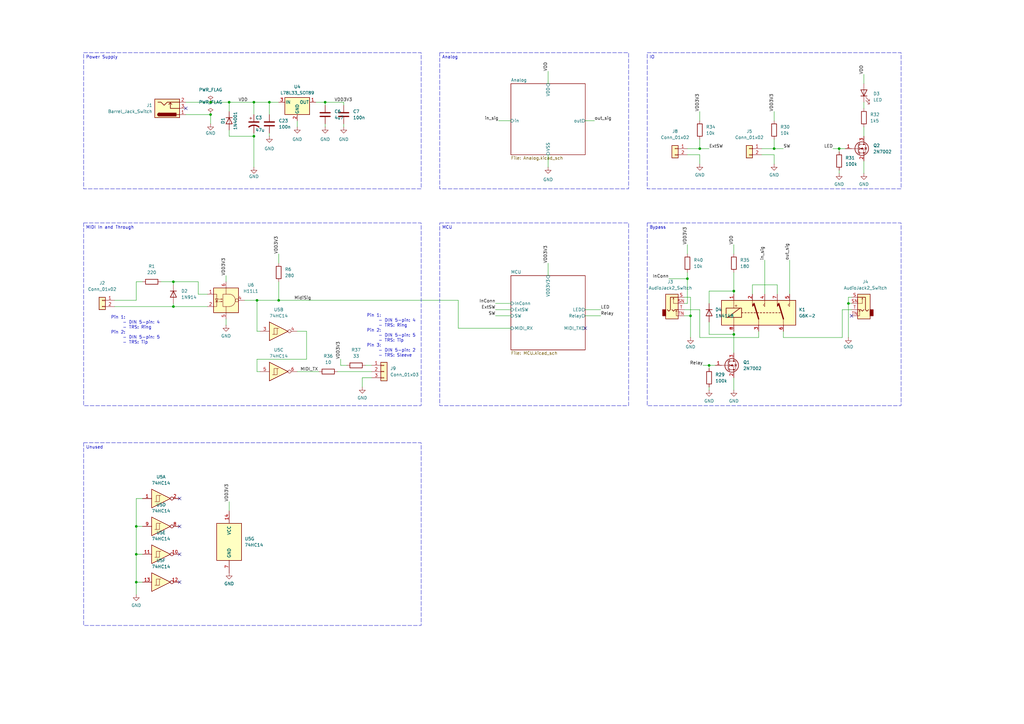
<source format=kicad_sch>
(kicad_sch (version 20231120) (generator "eeschema") (generator_version "8.0")
  (paper "A3")
  (lib_symbols
    (symbol "74xx:74HC14" (pin_names (offset 1.016))
      (property "Reference" "U" (at 0 1.27 0))
      (property "Value" "74HC14" (at 0 -1.27 0))
      (symbol "74HC14_1_0"
        (polyline (pts (xy -3.81 3.81) (xy -3.81 -3.81) (xy 3.81 0) (xy -3.81 3.81)) (stroke (width 0.254)) (fill (type background)))
        (pin input line (at -7.62 0 0) (length 3.81) (name "~") (number "1"))
        (pin output inverted (at 7.62 0 180) (length 3.81) (name "~") (number "2"))
      )
      (symbol "74HC14_1_1"
        (polyline (pts (xy -1.905 -1.27) (xy -1.905 1.27) (xy -0.635 1.27)))
        (polyline (pts (xy -2.54 -1.27) (xy -0.635 -1.27) (xy -0.635 1.27) (xy 0 1.27)))
      )
      (symbol "74HC14_2_0"
        (polyline (pts (xy -3.81 3.81) (xy -3.81 -3.81) (xy 3.81 0) (xy -3.81 3.81)) (stroke (width 0.254)) (fill (type background)))
        (pin input line (at -7.62 0 0) (length 3.81) (name "~") (number "3"))
        (pin output inverted (at 7.62 0 180) (length 3.81) (name "~") (number "4"))
      )
      (symbol "74HC14_2_1"
        (polyline (pts (xy -1.905 -1.27) (xy -1.905 1.27) (xy -0.635 1.27)))
        (polyline (pts (xy -2.54 -1.27) (xy -0.635 -1.27) (xy -0.635 1.27) (xy 0 1.27)))
      )
      (symbol "74HC14_3_0"
        (polyline (pts (xy -3.81 3.81) (xy -3.81 -3.81) (xy 3.81 0) (xy -3.81 3.81)) (stroke (width 0.254)) (fill (type background)))
        (pin input line (at -7.62 0 0) (length 3.81) (name "~") (number "5"))
        (pin output inverted (at 7.62 0 180) (length 3.81) (name "~") (number "6"))
      )
      (symbol "74HC14_3_1"
        (polyline (pts (xy -1.905 -1.27) (xy -1.905 1.27) (xy -0.635 1.27)))
        (polyline (pts (xy -2.54 -1.27) (xy -0.635 -1.27) (xy -0.635 1.27) (xy 0 1.27)))
      )
      (symbol "74HC14_4_0"
        (polyline (pts (xy -3.81 3.81) (xy -3.81 -3.81) (xy 3.81 0) (xy -3.81 3.81)) (stroke (width 0.254)) (fill (type background)))
        (pin output inverted (at 7.62 0 180) (length 3.81) (name "~") (number "8"))
        (pin input line (at -7.62 0 0) (length 3.81) (name "~") (number "9"))
      )
      (symbol "74HC14_4_1"
        (polyline (pts (xy -1.905 -1.27) (xy -1.905 1.27) (xy -0.635 1.27)))
        (polyline (pts (xy -2.54 -1.27) (xy -0.635 -1.27) (xy -0.635 1.27) (xy 0 1.27)))
      )
      (symbol "74HC14_5_0"
        (polyline (pts (xy -3.81 3.81) (xy -3.81 -3.81) (xy 3.81 0) (xy -3.81 3.81)) (stroke (width 0.254)) (fill (type background)))
        (pin output inverted (at 7.62 0 180) (length 3.81) (name "~") (number "10"))
        (pin input line (at -7.62 0 0) (length 3.81) (name "~") (number "11"))
      )
      (symbol "74HC14_5_1"
        (polyline (pts (xy -1.905 -1.27) (xy -1.905 1.27) (xy -0.635 1.27)))
        (polyline (pts (xy -2.54 -1.27) (xy -0.635 -1.27) (xy -0.635 1.27) (xy 0 1.27)))
      )
      (symbol "74HC14_6_0"
        (polyline (pts (xy -3.81 3.81) (xy -3.81 -3.81) (xy 3.81 0) (xy -3.81 3.81)) (stroke (width 0.254)) (fill (type background)))
        (pin output inverted (at 7.62 0 180) (length 3.81) (name "~") (number "12"))
        (pin input line (at -7.62 0 0) (length 3.81) (name "~") (number "13"))
      )
      (symbol "74HC14_6_1"
        (polyline (pts (xy -1.905 -1.27) (xy -1.905 1.27) (xy -0.635 1.27)))
        (polyline (pts (xy -2.54 -1.27) (xy -0.635 -1.27) (xy -0.635 1.27) (xy 0 1.27)))
      )
      (symbol "74HC14_7_0"
        (pin power_in line (at 0 12.7 270) (length 5.08) (name "VCC") (number "14"))
        (pin power_in line (at 0 -12.7 90) (length 5.08) (name "GND") (number "7"))
      )
      (symbol "74HC14_7_1"
        (rectangle (start -5.08 7.62) (end 5.08 -7.62) (stroke (width 0.254)) (fill (type background)))
      )
    )
    (symbol "Connector:Barrel_Jack_Switch" (pin_names hide)
      (property "Reference" "J" (at 0 5.334 0))
      (property "Value" "Barrel_Jack_Switch" (at 0 -5.08 0))
      (symbol "Barrel_Jack_Switch_0_1"
        (rectangle (start -5.08 3.81) (end 5.08 -3.81) (stroke (width 0.254)) (fill (type background)))
        (arc (start -3.302 3.175) (mid -3.9343 2.54) (end -3.302 1.905) (stroke (width 0.254)))
        (arc (start -3.302 3.175) (mid -3.9343 2.54) (end -3.302 1.905) (stroke (width 0.254)) (fill (type outline)))
        (polyline (pts (xy 1.27 -2.286) (xy 1.905 -1.651)) (stroke (width 0.254)))
        (polyline (pts (xy 5.08 2.54) (xy 3.81 2.54)) (stroke (width 0.254)))
        (polyline (pts (xy 5.08 0) (xy 1.27 0) (xy 1.27 -2.286) (xy 0.635 -1.651)) (stroke (width 0.254)))
        (polyline (pts (xy -3.81 -2.54) (xy -2.54 -2.54) (xy -1.27 -1.27) (xy 0 -2.54) (xy 2.54 -2.54) (xy 5.08 -2.54)) (stroke (width 0.254)))
        (rectangle (start 3.683 3.175) (end -3.302 1.905) (stroke (width 0.254)) (fill (type outline)))
      )
      (symbol "Barrel_Jack_Switch_1_1"
        (pin passive line (at 7.62 2.54 180) (length 2.54) (name "~") (number "1"))
        (pin passive line (at 7.62 -2.54 180) (length 2.54) (name "~") (number "2"))
        (pin passive line (at 7.62 0 180) (length 2.54) (name "~") (number "3"))
      )
    )
    (symbol "Connector_Audio:AudioJack2_Switch"
      (property "Reference" "J" (at 0 11.43 0))
      (property "Value" "AudioJack2_Switch" (at 0 8.89 0))
      (symbol "AudioJack2_Switch_0_1"
        (rectangle (start -2.54 0) (end -3.81 -2.54) (stroke (width 0.254)) (fill (type outline)))
        (rectangle (start 2.54 6.35) (end -2.54 -3.81) (stroke (width 0.254)) (fill (type background)))
      )
      (symbol "AudioJack2_Switch_1_1"
        (polyline (pts (xy 0.635 4.826) (xy 0.889 4.318)))
        (polyline (pts (xy 1.778 -0.254) (xy 2.032 -0.762)))
        (polyline (pts (xy 0 0) (xy 0.635 -0.635) (xy 1.27 0) (xy 2.54 0)) (stroke (width 0.254)))
        (polyline (pts (xy 2.54 -2.54) (xy 1.778 -2.54) (xy 1.778 -0.254) (xy 1.524 -0.762)))
        (polyline (pts (xy 2.54 2.54) (xy 0.635 2.54) (xy 0.635 4.826) (xy 0.381 4.318)))
        (polyline (pts (xy 2.54 5.08) (xy -0.635 5.08) (xy -0.635 0) (xy -1.27 -0.635) (xy -1.905 0)) (stroke (width 0.254)))
        (pin passive line (at 5.08 5.08 180) (length 2.54) (name "~") (number "S"))
        (pin passive line (at 5.08 2.54 180) (length 2.54) (name "~") (number "SN"))
        (pin passive line (at 5.08 0 180) (length 2.54) (name "~") (number "T"))
        (pin passive line (at 5.08 -2.54 180) (length 2.54) (name "~") (number "TN"))
      )
    )
    (symbol "Connector_Generic:Conn_01x02" (pin_names (offset 1.016) hide)
      (property "Reference" "J" (at 0 2.54 0))
      (property "Value" "Conn_01x02" (at 0 -5.08 0))
      (symbol "Conn_01x02_1_1"
        (rectangle (start -1.27 -2.413) (end 0 -2.667) (stroke (width 0.1524)))
        (rectangle (start -1.27 0.127) (end 0 -0.127) (stroke (width 0.1524)))
        (rectangle (start -1.27 1.27) (end 1.27 -3.81) (stroke (width 0.254)) (fill (type background)))
        (pin passive line (at -5.08 0 0) (length 3.81) (name "Pin_1") (number "1"))
        (pin passive line (at -5.08 -2.54 0) (length 3.81) (name "Pin_2") (number "2"))
      )
    )
    (symbol "Connector_Generic:Conn_01x03" (pin_names (offset 1.016) hide)
      (property "Reference" "J" (at 0 5.08 0))
      (property "Value" "Conn_01x03" (at 0 -5.08 0))
      (symbol "Conn_01x03_1_1"
        (rectangle (start -1.27 -2.413) (end 0 -2.667) (stroke (width 0.1524)))
        (rectangle (start -1.27 0.127) (end 0 -0.127) (stroke (width 0.1524)))
        (rectangle (start -1.27 2.667) (end 0 2.413) (stroke (width 0.1524)))
        (rectangle (start -1.27 3.81) (end 1.27 -3.81) (stroke (width 0.254)) (fill (type background)))
        (pin passive line (at -5.08 2.54 0) (length 3.81) (name "Pin_1") (number "1"))
        (pin passive line (at -5.08 0 0) (length 3.81) (name "Pin_2") (number "2"))
        (pin passive line (at -5.08 -2.54 0) (length 3.81) (name "Pin_3") (number "3"))
      )
    )
    (symbol "Device:C" (pin_numbers hide) (pin_names (offset 0.254))
      (property "Reference" "C" (at 0.635 2.54 0))
      (property "Value" "C" (at 0.635 -2.54 0))
      (symbol "C_0_1"
        (polyline (pts (xy -2.032 -0.762) (xy 2.032 -0.762)) (stroke (width 0.508)))
        (polyline (pts (xy -2.032 0.762) (xy 2.032 0.762)) (stroke (width 0.508)))
      )
      (symbol "C_1_1"
        (pin passive line (at 0 3.81 270) (length 2.794) (name "~") (number "1"))
        (pin passive line (at 0 -3.81 90) (length 2.794) (name "~") (number "2"))
      )
    )
    (symbol "Device:C_Polarized_US" (pin_numbers hide) (pin_names (offset 0.254) hide)
      (property "Reference" "C" (at 0.635 2.54 0))
      (property "Value" "C_Polarized_US" (at 0.635 -2.54 0))
      (symbol "C_Polarized_US_0_1"
        (polyline (pts (xy -2.032 0.762) (xy 2.032 0.762)) (stroke (width 0.508)))
        (polyline (pts (xy -1.778 2.286) (xy -0.762 2.286)))
        (polyline (pts (xy -1.27 1.778) (xy -1.27 2.794)))
        (arc (start 2.032 -1.27) (mid 0 -0.5572) (end -2.032 -1.27) (stroke (width 0.508)))
      )
      (symbol "C_Polarized_US_1_1"
        (pin passive line (at 0 3.81 270) (length 2.794) (name "~") (number "1"))
        (pin passive line (at 0 -3.81 90) (length 3.302) (name "~") (number "2"))
      )
    )
    (symbol "Device:D" (pin_numbers hide) (pin_names (offset 1.016) hide)
      (property "Reference" "D" (at 0 2.54 0))
      (property "Value" "D" (at 0 -2.54 0))
      (symbol "D_0_1"
        (polyline (pts (xy -1.27 1.27) (xy -1.27 -1.27)) (stroke (width 0.254)))
        (polyline (pts (xy 1.27 0) (xy -1.27 0)))
        (polyline (pts (xy 1.27 1.27) (xy 1.27 -1.27) (xy -1.27 0) (xy 1.27 1.27)) (stroke (width 0.254)))
      )
      (symbol "D_1_1"
        (pin passive line (at -3.81 0 0) (length 2.54) (name "K") (number "1"))
        (pin passive line (at 3.81 0 180) (length 2.54) (name "A") (number "2"))
      )
    )
    (symbol "Device:LED" (pin_numbers hide) (pin_names (offset 1.016) hide)
      (property "Reference" "D" (at 0 2.54 0))
      (property "Value" "LED" (at 0 -2.54 0))
      (symbol "LED_0_1"
        (polyline (pts (xy -1.27 -1.27) (xy -1.27 1.27)) (stroke (width 0.254)))
        (polyline (pts (xy -1.27 0) (xy 1.27 0)))
        (polyline (pts (xy 1.27 -1.27) (xy 1.27 1.27) (xy -1.27 0) (xy 1.27 -1.27)) (stroke (width 0.254)))
        (polyline (pts (xy -3.048 -0.762) (xy -4.572 -2.286) (xy -3.81 -2.286) (xy -4.572 -2.286) (xy -4.572 -1.524)))
        (polyline (pts (xy -1.778 -0.762) (xy -3.302 -2.286) (xy -2.54 -2.286) (xy -3.302 -2.286) (xy -3.302 -1.524)))
      )
      (symbol "LED_1_1"
        (pin passive line (at -3.81 0 0) (length 2.54) (name "K") (number "1"))
        (pin passive line (at 3.81 0 180) (length 2.54) (name "A") (number "2"))
      )
    )
    (symbol "Device:R" (pin_numbers hide) (pin_names (offset 0))
      (property "Reference" "R" (at 2.032 0 90))
      (property "Value" "R" (at 0 0 90))
      (symbol "R_0_1"
        (rectangle (start -1.016 -2.54) (end 1.016 2.54) (stroke (width 0.254)))
      )
      (symbol "R_1_1"
        (pin passive line (at 0 3.81 270) (length 1.27) (name "~") (number "1"))
        (pin passive line (at 0 -3.81 90) (length 1.27) (name "~") (number "2"))
      )
    )
    (symbol "Diode:1N4148" (pin_numbers hide) (pin_names hide)
      (property "Reference" "D" (at 0 2.54 0))
      (property "Value" "1N4148" (at 0 -2.54 0))
      (symbol "1N4148_0_1"
        (polyline (pts (xy -1.27 1.27) (xy -1.27 -1.27)) (stroke (width 0.254)))
        (polyline (pts (xy 1.27 0) (xy -1.27 0)))
        (polyline (pts (xy 1.27 1.27) (xy 1.27 -1.27) (xy -1.27 0) (xy 1.27 1.27)) (stroke (width 0.254)))
      )
      (symbol "1N4148_1_1"
        (pin passive line (at -3.81 0 0) (length 2.54) (name "K") (number "1"))
        (pin passive line (at 3.81 0 180) (length 2.54) (name "A") (number "2"))
      )
    )
    (symbol "Diode:1N914" (pin_numbers hide) (pin_names hide)
      (property "Reference" "D" (at 0 2.54 0))
      (property "Value" "1N914" (at 0 -2.54 0))
      (symbol "1N914_0_1"
        (polyline (pts (xy -1.27 1.27) (xy -1.27 -1.27)) (stroke (width 0.254)))
        (polyline (pts (xy 1.27 0) (xy -1.27 0)))
        (polyline (pts (xy 1.27 1.27) (xy 1.27 -1.27) (xy -1.27 0) (xy 1.27 1.27)) (stroke (width 0.254)))
      )
      (symbol "1N914_1_1"
        (pin passive line (at -3.81 0 0) (length 2.54) (name "K") (number "1"))
        (pin passive line (at 3.81 0 180) (length 2.54) (name "A") (number "2"))
      )
    )
    (symbol "Isolator:H11L1" (pin_names (offset 1.016))
      (property "Reference" "U" (at 1.27 8.89 0))
      (property "Value" "H11L1" (at 1.27 6.35 0))
      (symbol "H11L1_0_1"
        (rectangle (start -5.08 5.08) (end 5.08 -5.08) (stroke (width 0.254)) (fill (type background)))
        (polyline (pts (xy -4.445 -0.635) (xy -3.175 -0.635)))
        (polyline (pts (xy 0 2.54) (xy 0 5.08)))
        (polyline (pts (xy 0 -2.54) (xy 0 -5.08) (xy 0 -3.81)))
        (polyline (pts (xy -5.08 -2.54) (xy -3.81 -2.54) (xy -3.81 2.54) (xy -5.08 2.54)))
        (polyline (pts (xy -3.81 -0.635) (xy -4.445 0.635) (xy -3.175 0.635) (xy -3.81 -0.635)))
        (polyline (pts (xy 1.27 -2.54) (xy -1.27 -2.54) (xy -1.27 2.54) (xy 1.27 2.54)))
        (polyline (pts (xy -2.794 -0.508) (xy -1.524 -0.508) (xy -1.905 -0.635) (xy -1.905 -0.381) (xy -1.524 -0.508)))
        (polyline (pts (xy -2.794 0.508) (xy -1.524 0.508) (xy -1.905 0.381) (xy -1.905 0.635) (xy -1.524 0.508)))
        (arc (start 1.27 -2.54) (mid 3.799 0) (end 1.27 2.54))
      )
      (symbol "H11L1_1_1"
        (pin passive line (at -7.62 2.54 0) (length 2.54) (name "~") (number "1"))
        (pin passive line (at -7.62 -2.54 0) (length 2.54) (name "~") (number "2"))
        (pin no_connect line (at -5.08 0 0) (length 2.54) hide (name "~") (number "3"))
        (pin output inverted (at 7.62 0 180) (length 3.81) (name "~") (number "4"))
        (pin power_in line (at 0 -7.62 90) (length 2.54) (name "~") (number "5"))
        (pin power_in line (at 0 7.62 270) (length 2.54) (name "~") (number "6"))
      )
    )
    (symbol "Regulator_Linear:L78L33_SOT89" (pin_names (offset 0.254))
      (property "Reference" "U" (at -3.81 3.175 0))
      (property "Value" "L78L33_SOT89" (at -0.635 3.175 0))
      (symbol "L78L33_SOT89_0_1"
        (rectangle (start -5.08 1.905) (end 5.08 -5.08) (stroke (width 0.254)) (fill (type background)))
      )
      (symbol "L78L33_SOT89_1_1"
        (pin power_out line (at 7.62 0 180) (length 2.54) (name "OUT") (number "1"))
        (pin power_in line (at 0 -7.62 90) (length 2.54) (name "GND") (number "2"))
        (pin power_in line (at -7.62 0 0) (length 2.54) (name "IN") (number "3"))
      )
    )
    (symbol "Relay:G6K-2"
      (property "Reference" "K" (at 16.51 3.81 0))
      (property "Value" "G6K-2" (at 16.51 1.27 0))
      (symbol "G6K-2_0_0"
        (text "+" (at -9.271 2.921 0) (effects (font (size 1.27 1.27))))
      )
      (symbol "G6K-2_0_1"
        (rectangle (start -15.24 5.08) (end 15.24 -5.08) (stroke (width 0.254)) (fill (type background)))
        (rectangle (start -13.335 1.905) (end -6.985 -1.905) (stroke (width 0.254)))
        (polyline (pts (xy -12.7 -1.905) (xy -7.62 1.905)) (stroke (width 0.254)))
        (polyline (pts (xy -10.16 -5.08) (xy -10.16 -1.905)))
        (polyline (pts (xy -10.16 5.08) (xy -10.16 1.905)))
        (polyline (pts (xy -6.985 0) (xy -6.35 0)) (stroke (width 0.254)))
        (polyline (pts (xy -5.715 0) (xy -5.08 0)) (stroke (width 0.254)))
        (polyline (pts (xy -4.445 0) (xy -3.81 0)) (stroke (width 0.254)))
        (polyline (pts (xy -3.175 0) (xy -2.54 0)) (stroke (width 0.254)))
        (polyline (pts (xy -1.905 0) (xy -1.27 0)) (stroke (width 0.254)))
        (polyline (pts (xy -0.635 0) (xy 0 0)) (stroke (width 0.254)))
        (polyline (pts (xy 0 -2.54) (xy -1.905 3.81)) (stroke (width 0.508)))
        (polyline (pts (xy 0 -2.54) (xy 0 -5.08)))
        (polyline (pts (xy 0.635 0) (xy 1.27 0)) (stroke (width 0.254)))
        (polyline (pts (xy 1.905 0) (xy 2.54 0)) (stroke (width 0.254)))
        (polyline (pts (xy 3.175 0) (xy 3.81 0)) (stroke (width 0.254)))
        (polyline (pts (xy 4.445 0) (xy 5.08 0)) (stroke (width 0.254)))
        (polyline (pts (xy 5.715 0) (xy 6.35 0)) (stroke (width 0.254)))
        (polyline (pts (xy 6.985 0) (xy 7.62 0)) (stroke (width 0.254)))
        (polyline (pts (xy 8.255 0) (xy 8.89 0)) (stroke (width 0.254)))
        (polyline (pts (xy 10.16 -2.54) (xy 8.255 3.81)) (stroke (width 0.508)))
        (polyline (pts (xy 10.16 -2.54) (xy 10.16 -5.08)))
        (polyline (pts (xy -2.54 5.08) (xy -2.54 2.54) (xy -1.905 3.175) (xy -2.54 3.81)) (fill (type outline)))
        (polyline (pts (xy 2.54 5.08) (xy 2.54 2.54) (xy 1.905 3.175) (xy 2.54 3.81)))
        (polyline (pts (xy 7.62 5.08) (xy 7.62 2.54) (xy 8.255 3.175) (xy 7.62 3.81)) (fill (type outline)))
        (polyline (pts (xy 12.7 5.08) (xy 12.7 2.54) (xy 12.065 3.175) (xy 12.7 3.81)))
      )
      (symbol "G6K-2_1_1"
        (pin passive line (at -10.16 7.62 270) (length 2.54) (name "~") (number "1"))
        (pin passive line (at -2.54 7.62 270) (length 2.54) (name "~") (number "2"))
        (pin passive line (at 0 -7.62 90) (length 2.54) (name "~") (number "3"))
        (pin passive line (at 2.54 7.62 270) (length 2.54) (name "~") (number "4"))
        (pin passive line (at 12.7 7.62 270) (length 2.54) (name "~") (number "5"))
        (pin passive line (at 10.16 -7.62 90) (length 2.54) (name "~") (number "6"))
        (pin passive line (at 7.62 7.62 270) (length 2.54) (name "~") (number "7"))
        (pin passive line (at -10.16 -7.62 90) (length 2.54) (name "~") (number "8"))
      )
    )
    (symbol "Transistor_FET:2N7002" (pin_names hide)
      (property "Reference" "Q" (at 5.08 1.905 0))
      (property "Value" "2N7002" (at 5.08 0 0))
      (symbol "2N7002_0_1"
        (polyline (pts (xy 0.254 0) (xy -2.54 0)))
        (polyline (pts (xy 0.254 1.905) (xy 0.254 -1.905)) (stroke (width 0.254)))
        (polyline (pts (xy 0.762 -1.27) (xy 0.762 -2.286)) (stroke (width 0.254)))
        (polyline (pts (xy 0.762 0.508) (xy 0.762 -0.508)) (stroke (width 0.254)))
        (polyline (pts (xy 0.762 2.286) (xy 0.762 1.27)) (stroke (width 0.254)))
        (polyline (pts (xy 2.54 2.54) (xy 2.54 1.778)))
        (polyline (pts (xy 2.54 -2.54) (xy 2.54 0) (xy 0.762 0)))
        (polyline (pts (xy 0.762 -1.778) (xy 3.302 -1.778) (xy 3.302 1.778) (xy 0.762 1.778)))
        (polyline (pts (xy 1.016 0) (xy 2.032 0.381) (xy 2.032 -0.381) (xy 1.016 0)) (fill (type outline)))
        (polyline (pts (xy 2.794 0.508) (xy 2.921 0.381) (xy 3.683 0.381) (xy 3.81 0.254)))
        (polyline (pts (xy 3.302 0.381) (xy 2.921 -0.254) (xy 3.683 -0.254) (xy 3.302 0.381)))
        (circle (center 1.651 0) (radius 2.794) (stroke (width 0.254)))
        (circle (center 2.54 -1.778) (radius 0.254) (fill (type outline)))
        (circle (center 2.54 1.778) (radius 0.254) (fill (type outline)))
      )
      (symbol "2N7002_1_1"
        (pin input line (at -5.08 0 0) (length 2.54) (name "G") (number "1"))
        (pin passive line (at 2.54 -5.08 90) (length 2.54) (name "S") (number "2"))
        (pin passive line (at 2.54 5.08 270) (length 2.54) (name "D") (number "3"))
      )
    )
    (symbol "power:GND" (power) (pin_numbers hide) (pin_names (offset 0) hide)
      (property "Value" "GND" (at 0 -3.81 0))
      (symbol "GND_0_1"
        (polyline (pts (xy 0 0) (xy 0 -1.27) (xy 1.27 -1.27) (xy 0 -2.54) (xy -1.27 -1.27) (xy 0 -1.27)))
      )
      (symbol "GND_1_1"
        (pin power_in line (at 0 0 270) (length 0) (name "~") (number "1"))
      )
    )
    (symbol "power:PWR_FLAG" (power) (pin_numbers hide) (pin_names (offset 0) hide)
      (property "Value" "PWR_FLAG" (at 0 3.81 0))
      (symbol "PWR_FLAG_0_0"
        (pin power_out line (at 0 0 90) (length 0) (name "~") (number "1"))
      )
      (symbol "PWR_FLAG_0_1"
        (polyline (pts (xy 0 0) (xy 0 1.27) (xy -1.016 1.905) (xy 0 2.54) (xy 1.016 1.905) (xy 0 1.27)))
      )
    )
  )
  (junction (at 86.36 46.99))
  (junction (at 93.98 41.91))
  (junction (at 300.99 137.16))
  (junction (at 104.14 41.91))
  (junction (at 71.12 125.73))
  (junction (at 300.99 119.38))
  (junction (at 114.3 123.19))
  (junction (at 317.5 60.96))
  (junction (at 133.35 41.91))
  (junction (at 55.88 215.9))
  (junction (at 55.88 227.33))
  (junction (at 110.49 41.91))
  (junction (at 71.12 115.57))
  (junction (at 283.21 129.54))
  (junction (at 104.14 55.88))
  (junction (at 287.02 60.96))
  (junction (at 281.94 114.3))
  (junction (at 347.98 124.46))
  (junction (at 290.83 149.86))
  (junction (at 55.88 238.76))
  (junction (at 86.36 41.91))
  (junction (at 105.41 123.19))
  (junction (at 344.17 60.96))
  (no_connect (at 73.66 238.76))
  (no_connect (at 349.25 129.54))
  (no_connect (at 73.66 215.9))
  (no_connect (at 73.66 227.33))
  (no_connect (at 73.66 204.47))
  (no_connect (at 240.03 134.62))
  (no_connect (at 76.2 44.45))
  (wire (pts (xy 86.36 50.8) (xy 86.36 46.99)))
  (wire (pts (xy 243.84 49.53) (xy 240.03 49.53)))
  (wire (pts (xy 290.83 160.02) (xy 290.83 158.75)))
  (wire (pts (xy 283.21 121.92) (xy 280.67 121.92)))
  (wire (pts (xy 300.99 137.16) (xy 300.99 144.78)))
  (wire (pts (xy 93.98 41.91) (xy 93.98 45.72)))
  (wire (pts (xy 55.88 243.84) (xy 55.88 238.76)))
  (wire (pts (xy 345.44 138.43) (xy 321.31 138.43)))
  (wire (pts (xy 317.5 57.15) (xy 317.5 60.96)))
  (wire (pts (xy 76.2 41.91) (xy 86.36 41.91)))
  (wire (pts (xy 283.21 121.92) (xy 283.21 129.54)))
  (wire (pts (xy 92.71 130.81) (xy 92.71 133.35)))
  (wire (pts (xy 105.41 135.89) (xy 106.68 135.89)))
  (wire (pts (xy 300.99 100.33) (xy 300.99 104.14)))
  (wire (pts (xy 290.83 149.86) (xy 293.37 149.86)))
  (wire (pts (xy 341.63 60.96) (xy 344.17 60.96)))
  (wire (pts (xy 300.99 154.94) (xy 300.99 160.02)))
  (wire (pts (xy 287.02 57.15) (xy 287.02 60.96)))
  (wire (pts (xy 71.12 115.57) (xy 71.12 116.84)))
  (wire (pts (xy 280.67 127) (xy 287.02 127)))
  (wire (pts (xy 121.92 135.89) (xy 125.73 135.89)))
  (wire (pts (xy 290.83 137.16) (xy 300.99 137.16)))
  (wire (pts (xy 246.38 127) (xy 240.03 127)))
  (wire (pts (xy 100.33 123.19) (xy 105.41 123.19)))
  (wire (pts (xy 55.88 115.57) (xy 55.88 123.19)))
  (wire (pts (xy 323.85 106.68) (xy 323.85 120.65)))
  (wire (pts (xy 148.59 154.94) (xy 148.59 158.75)))
  (wire (pts (xy 139.7 147.32) (xy 139.7 149.86)))
  (wire (pts (xy 55.88 204.47) (xy 58.42 204.47)))
  (wire (pts (xy 290.83 151.13) (xy 290.83 149.86)))
  (wire (pts (xy 203.2 129.54) (xy 209.55 129.54)))
  (wire (pts (xy 300.99 111.76) (xy 300.99 119.38)))
  (wire (pts (xy 281.94 100.33) (xy 281.94 104.14)))
  (wire (pts (xy 246.38 129.54) (xy 240.03 129.54)))
  (wire (pts (xy 344.17 62.23) (xy 344.17 60.96)))
  (wire (pts (xy 203.2 124.46) (xy 209.55 124.46)))
  (wire (pts (xy 274.32 114.3) (xy 281.94 114.3)))
  (wire (pts (xy 71.12 115.57) (xy 81.28 115.57)))
  (wire (pts (xy 121.92 152.4) (xy 130.81 152.4)))
  (wire (pts (xy 290.83 119.38) (xy 300.99 119.38)))
  (wire (pts (xy 93.98 41.91) (xy 104.14 41.91)))
  (wire (pts (xy 318.77 116.84) (xy 308.61 116.84)))
  (wire (pts (xy 114.3 123.19) (xy 114.3 115.57)))
  (wire (pts (xy 321.31 138.43) (xy 321.31 135.89)))
  (wire (pts (xy 308.61 116.84) (xy 308.61 120.65)))
  (wire (pts (xy 133.35 43.18) (xy 133.35 41.91)))
  (wire (pts (xy 300.99 135.89) (xy 300.99 137.16)))
  (wire (pts (xy 281.94 124.46) (xy 281.94 114.3)))
  (wire (pts (xy 347.98 121.92) (xy 349.25 121.92)))
  (wire (pts (xy 93.98 55.88) (xy 104.14 55.88)))
  (wire (pts (xy 283.21 129.54) (xy 280.67 129.54)))
  (wire (pts (xy 55.88 238.76) (xy 58.42 238.76)))
  (wire (pts (xy 81.28 120.65) (xy 85.09 120.65)))
  (wire (pts (xy 311.15 138.43) (xy 311.15 135.89)))
  (wire (pts (xy 114.3 104.14) (xy 114.3 107.95)))
  (wire (pts (xy 347.98 124.46) (xy 347.98 121.92)))
  (wire (pts (xy 66.04 115.57) (xy 71.12 115.57)))
  (wire (pts (xy 46.99 125.73) (xy 71.12 125.73)))
  (wire (pts (xy 149.86 149.86) (xy 152.4 149.86)))
  (wire (pts (xy 104.14 41.91) (xy 110.49 41.91)))
  (wire (pts (xy 344.17 60.96) (xy 346.71 60.96)))
  (wire (pts (xy 224.79 29.21) (xy 224.79 34.29)))
  (wire (pts (xy 287.02 63.5) (xy 287.02 67.31)))
  (wire (pts (xy 287.02 138.43) (xy 311.15 138.43)))
  (wire (pts (xy 138.43 152.4) (xy 152.4 152.4)))
  (wire (pts (xy 317.5 60.96) (xy 321.31 60.96)))
  (wire (pts (xy 290.83 132.08) (xy 290.83 137.16)))
  (wire (pts (xy 287.02 60.96) (xy 290.83 60.96)))
  (wire (pts (xy 140.97 52.07) (xy 140.97 50.8)))
  (wire (pts (xy 105.41 152.4) (xy 106.68 152.4)))
  (wire (pts (xy 354.33 41.91) (xy 354.33 44.45)))
  (wire (pts (xy 317.5 45.72) (xy 317.5 49.53)))
  (wire (pts (xy 105.41 123.19) (xy 114.3 123.19)))
  (wire (pts (xy 93.98 53.34) (xy 93.98 55.88)))
  (wire (pts (xy 71.12 125.73) (xy 71.12 124.46)))
  (wire (pts (xy 58.42 227.33) (xy 55.88 227.33)))
  (wire (pts (xy 283.21 138.43) (xy 283.21 129.54)))
  (wire (pts (xy 312.42 60.96) (xy 317.5 60.96)))
  (wire (pts (xy 347.98 124.46) (xy 347.98 138.43)))
  (wire (pts (xy 312.42 63.5) (xy 317.5 63.5)))
  (wire (pts (xy 317.5 63.5) (xy 317.5 67.31)))
  (wire (pts (xy 110.49 41.91) (xy 114.3 41.91)))
  (wire (pts (xy 86.36 46.99) (xy 76.2 46.99)))
  (wire (pts (xy 105.41 147.32) (xy 105.41 152.4)))
  (wire (pts (xy 281.94 111.76) (xy 281.94 114.3)))
  (wire (pts (xy 104.14 41.91) (xy 104.14 46.99)))
  (wire (pts (xy 281.94 60.96) (xy 287.02 60.96)))
  (wire (pts (xy 133.35 41.91) (xy 129.54 41.91)))
  (wire (pts (xy 92.71 113.03) (xy 92.71 115.57)))
  (wire (pts (xy 105.41 123.19) (xy 105.41 135.89)))
  (wire (pts (xy 140.97 41.91) (xy 140.97 43.18)))
  (wire (pts (xy 281.94 63.5) (xy 287.02 63.5)))
  (wire (pts (xy 349.25 127) (xy 345.44 127)))
  (wire (pts (xy 81.28 120.65) (xy 81.28 115.57)))
  (wire (pts (xy 58.42 215.9) (xy 55.88 215.9)))
  (wire (pts (xy 71.12 125.73) (xy 85.09 125.73)))
  (wire (pts (xy 142.24 149.86) (xy 139.7 149.86)))
  (wire (pts (xy 110.49 54.61) (xy 110.49 55.88)))
  (wire (pts (xy 125.73 147.32) (xy 105.41 147.32)))
  (wire (pts (xy 209.55 134.62) (xy 187.96 134.62)))
  (wire (pts (xy 121.92 49.53) (xy 121.92 52.07)))
  (wire (pts (xy 46.99 123.19) (xy 55.88 123.19)))
  (wire (pts (xy 300.99 119.38) (xy 300.99 120.65)))
  (wire (pts (xy 104.14 55.88) (xy 104.14 68.58)))
  (wire (pts (xy 344.17 71.12) (xy 344.17 69.85)))
  (wire (pts (xy 125.73 135.89) (xy 125.73 147.32)))
  (wire (pts (xy 354.33 66.04) (xy 354.33 71.12)))
  (wire (pts (xy 110.49 41.91) (xy 110.49 46.99)))
  (wire (pts (xy 55.88 227.33) (xy 55.88 238.76)))
  (wire (pts (xy 290.83 124.46) (xy 290.83 119.38)))
  (wire (pts (xy 224.79 107.95) (xy 224.79 113.03)))
  (wire (pts (xy 187.96 134.62) (xy 187.96 123.19)))
  (wire (pts (xy 287.02 45.72) (xy 287.02 49.53)))
  (wire (pts (xy 55.88 115.57) (xy 58.42 115.57)))
  (wire (pts (xy 280.67 124.46) (xy 281.94 124.46)))
  (wire (pts (xy 354.33 30.48) (xy 354.33 34.29)))
  (wire (pts (xy 86.36 41.91) (xy 93.98 41.91)))
  (wire (pts (xy 347.98 124.46) (xy 349.25 124.46)))
  (wire (pts (xy 55.88 215.9) (xy 55.88 227.33)))
  (wire (pts (xy 152.4 154.94) (xy 148.59 154.94)))
  (wire (pts (xy 203.2 127) (xy 209.55 127)))
  (wire (pts (xy 288.29 149.86) (xy 290.83 149.86)))
  (wire (pts (xy 318.77 120.65) (xy 318.77 116.84)))
  (wire (pts (xy 287.02 127) (xy 287.02 138.43)))
  (wire (pts (xy 114.3 123.19) (xy 187.96 123.19)))
  (wire (pts (xy 133.35 52.07) (xy 133.35 50.8)))
  (wire (pts (xy 55.88 215.9) (xy 55.88 204.47)))
  (wire (pts (xy 204.47 49.53) (xy 209.55 49.53)))
  (wire (pts (xy 354.33 52.07) (xy 354.33 55.88)))
  (wire (pts (xy 93.98 205.74) (xy 93.98 209.55)))
  (wire (pts (xy 140.97 41.91) (xy 133.35 41.91)))
  (wire (pts (xy 104.14 54.61) (xy 104.14 55.88)))
  (wire (pts (xy 224.79 63.5) (xy 224.79 68.58)))
  (wire (pts (xy 345.44 127) (xy 345.44 138.43)))
  (wire (pts (xy 313.69 106.68) (xy 313.69 120.65)))
  (text_box "IO" (at 265.43 21.59 0) (size 104.14 55.88) (stroke (width 0) (type dash)) (effects (font (size 1.27 1.27)) (justify left top)))
  (text_box "MCU" (at 180.34 91.44 0) (size 77.47 74.93) (stroke (width 0) (type dash)) (effects (font (size 1.27 1.27)) (justify left top)))
  (text_box "MIDI In and Through" (at 34.29 91.44 0) (size 138.43 74.93) (stroke (width 0) (type dash)) (effects (font (size 1.27 1.27)) (justify left top)))
  (text_box "Analog" (at 180.34 21.59 0) (size 77.47 55.88) (stroke (width 0) (type dash)) (effects (font (size 1.27 1.27)) (justify left top)))
  (text_box "Power Supply" (at 34.29 21.59 0) (size 138.43 55.88) (stroke (width 0) (type dash)) (effects (font (size 1.27 1.27)) (justify left top)))
  (text_box "Unused" (at 34.29 181.61 0) (size 138.43 74.93) (stroke (width 0) (type dash)) (effects (font (size 1.27 1.27)) (justify left top)))
  (text_box "Bypass" (at 265.43 91.44 0) (size 104.14 74.93) (stroke (width 0) (type dash)) (effects (font (size 1.27 1.27)) (justify left top)))
  (text "Pin 1:\n	- DIN 5-pin: 4\n	- TRS: Ring\nPin 2: \n	- DIN 5-pin: 5\n	- TRS: Tip\nPin 3:\n	- DIN 5-pin: 2\n	- TRS: Sleeve" (at 150.368 137.668 0) (effects (font (size 1.27 1.27)) (justify left)))
  (text "Pin 1:\n	- DIN 5-pin: 4\n	- TRS: Ring\nPin 2: \n	- DIN 5-pin: 5\n	- TRS: Tip" (at 45.466 135.382 0) (effects (font (size 1.27 1.27)) (justify left)))
  (label "VDD3V3" (at 224.79 107.95 90))
  (label "VDD" (at 300.99 100.33 90))
  (label "VDD3V3" (at 93.98 205.74 90))
  (label "InConn" (at 203.2 124.46 180))
  (label "SW" (at 321.31 60.96 0))
  (label "VDD" (at 97.79 41.91 0))
  (label "VDD3V3" (at 281.94 100.33 90))
  (label "VDD3V3" (at 137.16 41.91 0))
  (label "VDD3V3" (at 92.71 113.03 90))
  (label "VDD3V3" (at 317.5 45.72 90))
  (label "ExtSW" (at 290.83 60.96 0))
  (label "VDD" (at 224.79 29.21 90))
  (label "MIDI_TX" (at 123.19 152.4 0))
  (label "out_sig" (at 323.85 106.68 90))
  (label "SW" (at 203.2 129.54 180))
  (label "Relay" (at 246.38 129.54 0))
  (label "ExtSW" (at 203.2 127 180))
  (label "VDD3V3" (at 139.7 147.32 90))
  (label "VDD3V3" (at 114.3 104.14 90))
  (label "VDD" (at 354.33 30.48 90))
  (label "out_sig" (at 243.84 49.53 0))
  (label "Relay" (at 288.29 149.86 180))
  (label "in_sig" (at 204.47 49.53 180))
  (label "in_sig" (at 313.69 106.68 90))
  (label "LED" (at 341.63 60.96 180))
  (label "MidiSig" (at 120.65 123.19 0))
  (label "VDD3V3" (at 287.02 45.72 90))
  (label "LED" (at 246.38 127 0))
  (label "InConn" (at 274.32 114.3 180))
  (symbol (lib_id "power:GND") (at 283.21 138.43 0) (unit 1)
    (property "Reference" "#PWR03" (effects (hide yes)))
    (property "Value" "GND" (at 283.21 142.24 0))
    (property "Description" "Power symbol creates a global label with name \"GND\" , ground" (effects (hide yes)))
  )
  (symbol (lib_id "Device:D") (at 93.98 49.53 90) (mirror x) (unit 1)
    (property "Reference" "D1" (at 91.44 49.53 0))
    (property "Value" "1N4001" (at 96.52 49.53 0))
    (property "Footprint" "Diode_THT:D_DO-41_SOD81_P7.62mm_Horizontal" (effects (hide yes)))
    (property "Description" "Diode" (effects (hide yes)))
    (property "Sim.Device" "D" (effects (hide yes)))
    (property "Sim.Pins" "1=K 2=A" (effects (hide yes)))
  )
  (symbol (lib_id "74xx:74HC14") (at 66.04 238.76 0) (unit 6)
    (property "Reference" "U5" (at 66.04 229.87 0))
    (property "Value" "74HC14" (at 66.04 232.41 0))
    (property "Footprint" "Package_SO:SO-14_3.9x8.65mm_P1.27mm" (effects (hide yes)))
    (property "Datasheet" "http://www.ti.com/lit/gpn/sn74HC14" (effects (hide yes)))
    (property "Description" "Hex inverter schmitt trigger" (effects (hide yes)))
  )
  (symbol (lib_id "Regulator_Linear:L78L33_SOT89") (at 121.92 41.91 0) (unit 1)
    (property "Reference" "U4" (at 121.92 35.56 0))
    (property "Value" "L78L33_SOT89" (at 121.92 38.1 0))
    (property "Footprint" "Package_TO_SOT_SMD:SOT-89-3" (effects (hide yes)))
    (property "Datasheet" "http://www.st.com/content/ccc/resource/technical/document/datasheet/15/55/e5/aa/23/5b/43/fd/CD00000446.pdf/files/CD00000446.pdf/jcr:content/translations/en.CD00000446.pdf" (effects (hide yes)))
    (property "Description" "Positive 100mA 30V Linear Regulator, Fixed Output 3.3V, SOT-89" (effects (hide yes)))
  )
  (symbol (lib_id "74xx:74HC14") (at 66.04 215.9 0) (unit 4)
    (property "Reference" "U5" (at 66.04 207.01 0))
    (property "Value" "74HC14" (at 66.04 209.55 0))
    (property "Footprint" "Package_SO:SO-14_3.9x8.65mm_P1.27mm" (effects (hide yes)))
    (property "Datasheet" "http://www.ti.com/lit/gpn/sn74HC14" (effects (hide yes)))
    (property "Description" "Hex inverter schmitt trigger" (effects (hide yes)))
  )
  (symbol (lib_id "Device:C") (at 140.97 46.99 0) (unit 1)
    (property "Reference" "C7" (at 144.78 45.7199 0) (effects (justify left)))
    (property "Value" "100n" (at 144.78 48.2599 0) (effects (justify left)))
    (property "Footprint" "Capacitor_SMD:C_1206_3216Metric_Pad1.33x1.80mm_HandSolder" (effects (hide yes)))
    (property "Description" "Unpolarized capacitor" (effects (hide yes)))
  )
  (symbol (lib_id "power:GND") (at 86.36 50.8 0) (unit 1)
    (property "Reference" "#PWR02" (effects (hide yes)))
    (property "Value" "GND" (at 86.36 54.61 0))
    (property "Description" "Power symbol creates a global label with name \"GND\" , ground" (effects (hide yes)))
  )
  (symbol (lib_id "power:GND") (at 354.33 71.12 0) (unit 1)
    (property "Reference" "#PWR020" (effects (hide yes)))
    (property "Value" "GND" (at 354.33 75.565 0))
    (property "Description" "Power symbol creates a global label with name \"GND\" , ground" (effects (hide yes)))
  )
  (symbol (lib_id "Transistor_FET:2N7002") (at 298.45 149.86 0) (unit 1)
    (property "Reference" "Q1" (at 304.8 148.5899 0) (effects (justify left)))
    (property "Value" "2N7002" (at 304.8 151.1299 0) (effects (justify left)))
    (property "Footprint" "Package_TO_SOT_SMD:SOT-23" (effects (hide yes)))
    (property "Datasheet" "https://www.onsemi.com/pub/Collateral/NDS7002A-D.PDF" (effects (hide yes)))
    (property "Description" "0.115A Id, 60V Vds, N-Channel MOSFET, SOT-23" (effects (hide yes)))
  )
  (symbol (lib_id "Device:R") (at 287.02 53.34 0) (unit 1)
    (property "Reference" "R34" (at 289.56 52.0699 0) (effects (justify left)))
    (property "Value" "10k" (at 289.56 54.6099 0) (effects (justify left)))
    (property "Footprint" "Resistor_SMD:R_0805_2012Metric_Pad1.20x1.40mm_HandSolder" (effects (hide yes)))
    (property "Description" "Resistor" (effects (hide yes)))
  )
  (symbol (lib_id "power:GND") (at 133.35 52.07 0) (unit 1)
    (property "Reference" "#PWR010" (effects (hide yes)))
    (property "Value" "GND" (at 133.35 57.15 0))
    (property "Description" "Power symbol creates a global label with name \"GND\" , ground" (effects (hide yes)))
  )
  (symbol (lib_id "Device:R") (at 114.3 111.76 180) (unit 1)
    (property "Reference" "R6" (at 116.84 110.4899 0) (effects (justify right)))
    (property "Value" "280" (at 116.84 113.0299 0) (effects (justify right)))
    (property "Footprint" "Resistor_SMD:R_0805_2012Metric_Pad1.20x1.40mm_HandSolder" (effects (hide yes)))
    (property "Description" "Resistor" (effects (hide yes)))
  )
  (symbol (lib_id "Device:R") (at 354.33 48.26 0) (unit 1)
    (property "Reference" "R32" (at 356.87 46.9899 0) (effects (justify left)))
    (property "Value" "1k5" (at 356.87 49.5299 0) (effects (justify left)))
    (property "Footprint" "Resistor_SMD:R_0805_2012Metric_Pad1.20x1.40mm_HandSolder" (effects (hide yes)))
    (property "Description" "Resistor" (effects (hide yes)))
  )
  (symbol (lib_id "Connector_Generic:Conn_01x02") (at 41.91 123.19 0) (mirror y) (unit 1)
    (property "Reference" "J2" (at 41.91 116.078 0))
    (property "Value" "Conn_01x02" (at 41.91 118.618 0))
    (property "Footprint" "Connector_JST:JST_PH_B2B-PH-K_1x02_P2.00mm_Vertical" (effects (hide yes)))
    (property "Description" "Generic connector, single row, 01x02, script generated (kicad-library-utils/schlib/autogen/connector/)" (effects (hide yes)))
  )
  (symbol (lib_id "power:GND") (at 344.17 71.12 0) (unit 1)
    (property "Reference" "#PWR019" (effects (hide yes)))
    (property "Value" "GND" (at 344.17 75.565 0))
    (property "Description" "Power symbol creates a global label with name \"GND\" , ground" (effects (hide yes)))
  )
  (symbol (lib_id "power:GND") (at 55.88 243.84 0) (unit 1)
    (property "Reference" "#PWR022" (effects (hide yes)))
    (property "Value" "GND" (at 55.88 248.285 0))
    (property "Description" "Power symbol creates a global label with name \"GND\" , ground" (effects (hide yes)))
  )
  (symbol (lib_id "Connector_Audio:AudioJack2_Switch") (at 354.33 127 0) (mirror y) (unit 1)
    (property "Reference" "J4" (at 354.965 115.57 0))
    (property "Value" "AudioJack2_Switch" (at 354.965 118.11 0))
    (property "Footprint" "Components:NMJ4HCD2" (effects (hide yes)))
    (property "Description" "Audio Jack, 2 Poles (Mono / TS), Switched Pole (Normalling)" (effects (hide yes)))
  )
  (symbol (lib_id "Device:C") (at 110.49 50.8 0) (unit 1)
    (property "Reference" "C23" (at 114.3 49.5299 0) (effects (justify left)))
    (property "Value" "100n" (at 114.3 52.0699 0) (effects (justify left)))
    (property "Footprint" "Capacitor_SMD:C_1206_3216Metric_Pad1.33x1.80mm_HandSolder" (effects (hide yes)))
    (property "Description" "Unpolarized capacitor" (effects (hide yes)))
  )
  (symbol (lib_id "power:PWR_FLAG") (at 86.36 41.91 0) (unit 1)
    (property "Reference" "#FLG01" (effects (hide yes)))
    (property "Value" "PWR_FLAG" (at 86.36 36.83 0))
    (property "Description" "Special symbol for telling ERC where power comes from" (effects (hide yes)))
  )
  (symbol (lib_id "Connector_Generic:Conn_01x02") (at 307.34 60.96 0) (mirror y) (unit 1)
    (property "Reference" "J5" (at 307.34 53.848 0))
    (property "Value" "Conn_01x02" (at 307.34 56.388 0))
    (property "Footprint" "Connector_JST:JST_PH_B2B-PH-K_1x02_P2.00mm_Vertical" (effects (hide yes)))
    (property "Description" "Generic connector, single row, 01x02, script generated (kicad-library-utils/schlib/autogen/connector/)" (effects (hide yes)))
  )
  (symbol (lib_id "74xx:74HC14") (at 114.3 152.4 0) (unit 3)
    (property "Reference" "U5" (at 114.3 143.51 0))
    (property "Value" "74HC14" (at 114.3 146.05 0))
    (property "Footprint" "Package_SO:SO-14_3.9x8.65mm_P1.27mm" (effects (hide yes)))
    (property "Datasheet" "http://www.ti.com/lit/gpn/sn74HC14" (effects (hide yes)))
    (property "Description" "Hex inverter schmitt trigger" (effects (hide yes)))
  )
  (symbol (lib_id "Device:R") (at 317.5 53.34 0) (unit 1)
    (property "Reference" "R30" (at 320.04 52.0699 0) (effects (justify left)))
    (property "Value" "10k" (at 320.04 54.6099 0) (effects (justify left)))
    (property "Footprint" "Resistor_SMD:R_0805_2012Metric_Pad1.20x1.40mm_HandSolder" (effects (hide yes)))
    (property "Description" "Resistor" (effects (hide yes)))
  )
  (symbol (lib_id "power:GND") (at 317.5 67.31 0) (unit 1)
    (property "Reference" "#PWR018" (effects (hide yes)))
    (property "Value" "GND" (at 317.5 71.755 0))
    (property "Description" "Power symbol creates a global label with name \"GND\" , ground" (effects (hide yes)))
  )
  (symbol (lib_id "Device:R") (at 290.83 154.94 0) (unit 1)
    (property "Reference" "R29" (at 293.37 153.6699 0) (effects (justify left)))
    (property "Value" "100k" (at 293.37 156.2099 0) (effects (justify left)))
    (property "Footprint" "Resistor_SMD:R_0805_2012Metric_Pad1.20x1.40mm_HandSolder" (effects (hide yes)))
    (property "Description" "Resistor" (effects (hide yes)))
  )
  (symbol (lib_id "power:GND") (at 104.14 68.58 0) (unit 1)
    (property "Reference" "#PWR04" (effects (hide yes)))
    (property "Value" "GND" (at 104.14 72.39 0))
    (property "Description" "Power symbol creates a global label with name \"GND\" , ground" (effects (hide yes)))
  )
  (symbol (lib_id "power:GND") (at 92.71 133.35 0) (unit 1)
    (property "Reference" "#PWR08" (effects (hide yes)))
    (property "Value" "GND" (at 92.71 137.795 0))
    (property "Description" "Power symbol creates a global label with name \"GND\" , ground" (effects (hide yes)))
  )
  (symbol (lib_id "Device:R") (at 281.94 107.95 0) (unit 1)
    (property "Reference" "R40" (at 284.48 106.6799 0) (effects (justify left)))
    (property "Value" "10k" (at 284.48 109.2199 0) (effects (justify left)))
    (property "Footprint" "Resistor_SMD:R_0805_2012Metric_Pad1.20x1.40mm_HandSolder" (effects (hide yes)))
    (property "Description" "Resistor" (effects (hide yes)))
  )
  (symbol (lib_id "power:GND") (at 140.97 52.07 0) (unit 1)
    (property "Reference" "#PWR011" (effects (hide yes)))
    (property "Value" "GND" (at 140.97 57.15 0))
    (property "Description" "Power symbol creates a global label with name \"GND\" , ground" (effects (hide yes)))
  )
  (symbol (lib_id "power:GND") (at 148.59 158.75 0) (unit 1)
    (property "Reference" "#PWR5" (effects (hide yes)))
    (property "Value" "GND" (at 148.59 163.195 0))
    (property "Description" "Power symbol creates a global label with name \"GND\" , ground" (effects (hide yes)))
  )
  (symbol (lib_id "74xx:74HC14") (at 114.3 135.89 0) (unit 2)
    (property "Reference" "U5" (at 114.3 127 0))
    (property "Value" "74HC14" (at 114.3 129.54 0))
    (property "Footprint" "Package_SO:SO-14_3.9x8.65mm_P1.27mm" (effects (hide yes)))
    (property "Datasheet" "http://www.ti.com/lit/gpn/sn74HC14" (effects (hide yes)))
    (property "Description" "Hex inverter schmitt trigger" (effects (hide yes)))
  )
  (symbol (lib_id "74xx:74HC14") (at 66.04 227.33 0) (unit 5)
    (property "Reference" "U5" (at 66.04 218.44 0))
    (property "Value" "74HC14" (at 66.04 220.98 0))
    (property "Footprint" "Package_SO:SO-14_3.9x8.65mm_P1.27mm" (effects (hide yes)))
    (property "Datasheet" "http://www.ti.com/lit/gpn/sn74HC14" (effects (hide yes)))
    (property "Description" "Hex inverter schmitt trigger" (effects (hide yes)))
  )
  (symbol (lib_id "power:GND") (at 93.98 234.95 0) (unit 1)
    (property "Reference" "#PWR021" (effects (hide yes)))
    (property "Value" "GND" (at 93.98 239.395 0))
    (property "Description" "Power symbol creates a global label with name \"GND\" , ground" (effects (hide yes)))
  )
  (symbol (lib_id "power:GND") (at 110.49 55.88 0) (unit 1)
    (property "Reference" "#PWR030" (effects (hide yes)))
    (property "Value" "GND" (at 110.49 60.96 0))
    (property "Description" "Power symbol creates a global label with name \"GND\" , ground" (effects (hide yes)))
  )
  (symbol (lib_id "Device:R") (at 146.05 149.86 90) (unit 1)
    (property "Reference" "R37" (at 146.05 143.51 90))
    (property "Value" "33" (at 146.05 146.05 90))
    (property "Footprint" "Resistor_SMD:R_0805_2012Metric_Pad1.20x1.40mm_HandSolder" (effects (hide yes)))
    (property "Description" "Resistor" (effects (hide yes)))
  )
  (symbol (lib_id "74xx:74HC14") (at 66.04 204.47 0) (unit 1)
    (property "Reference" "U5" (at 66.04 195.58 0))
    (property "Value" "74HC14" (at 66.04 198.12 0))
    (property "Footprint" "Package_SO:SO-14_3.9x8.65mm_P1.27mm" (effects (hide yes)))
    (property "Datasheet" "http://www.ti.com/lit/gpn/sn74HC14" (effects (hide yes)))
    (property "Description" "Hex inverter schmitt trigger" (effects (hide yes)))
  )
  (symbol (lib_id "Diode:1N914") (at 71.12 120.65 90) (mirror x) (unit 1)
    (property "Reference" "D2" (at 74.295 119.3799 90) (effects (justify right)))
    (property "Value" "1N914" (at 74.295 121.9199 90) (effects (justify right)))
    (property "Footprint" "Diode_THT:D_DO-35_SOD27_P7.62mm_Horizontal" (effects (hide yes)))
    (property "Datasheet" "http://www.vishay.com/docs/85622/1n914.pdf" (effects (hide yes)))
    (property "Description" "100V 0.3A Small Signal Fast Switching Diode, DO-35" (effects (hide yes)))
    (property "Sim.Device" "D" (effects (hide yes)))
    (property "Sim.Pins" "1=K 2=A" (effects (hide yes)))
  )
  (symbol (lib_id "74xx:74HC14") (at 93.98 222.25 0) (unit 7)
    (property "Reference" "U5" (at 100.33 220.9799 0) (effects (justify left)))
    (property "Value" "74HC14" (at 100.33 223.5199 0) (effects (justify left)))
    (property "Footprint" "Package_SO:SO-14_3.9x8.65mm_P1.27mm" (effects (hide yes)))
    (property "Datasheet" "http://www.ti.com/lit/gpn/sn74HC14" (effects (hide yes)))
    (property "Description" "Hex inverter schmitt trigger" (effects (hide yes)))
  )
  (symbol (lib_id "Device:LED") (at 354.33 38.1 90) (unit 1)
    (property "Reference" "D3" (at 358.14 38.4174 90) (effects (justify right)))
    (property "Value" "LED" (at 358.14 40.9574 90) (effects (justify right)))
    (property "Footprint" "LED_THT:LED_D3.0mm" (effects (hide yes)))
    (property "Description" "Light emitting diode" (effects (hide yes)))
  )
  (symbol (lib_id "Device:C_Polarized_US") (at 104.14 50.8 0) (unit 1)
    (property "Reference" "C3" (at 104.775 48.26 0) (effects (justify left)))
    (property "Value" "47u" (at 104.775 53.34 0) (effects (justify left)))
    (property "Footprint" "Capacitor_SMD:CP_Elec_6.3x5.8" (effects (hide yes)))
    (property "Description" "Polarized capacitor, US symbol" (effects (hide yes)))
  )
  (symbol (lib_id "power:GND") (at 224.79 68.58 0) (unit 1)
    (property "Reference" "#PWR6" (effects (hide yes)))
    (property "Value" "GND" (at 224.79 73.66 0))
    (property "Description" "Power symbol creates a global label with name \"GND\" , ground" (effects (hide yes)))
  )
  (symbol (lib_id "Device:R") (at 134.62 152.4 90) (unit 1)
    (property "Reference" "R36" (at 134.62 146.05 90))
    (property "Value" "10" (at 134.62 148.59 90))
    (property "Footprint" "Resistor_SMD:R_0805_2012Metric_Pad1.20x1.40mm_HandSolder" (effects (hide yes)))
    (property "Description" "Resistor" (effects (hide yes)))
  )
  (symbol (lib_id "Device:C") (at 133.35 46.99 0) (unit 1)
    (property "Reference" "C6" (at 137.16 45.7199 0) (effects (justify left)))
    (property "Value" "4u7" (at 137.16 48.2599 0) (effects (justify left)))
    (property "Footprint" "Capacitor_SMD:C_1206_3216Metric_Pad1.33x1.80mm_HandSolder" (effects (hide yes)))
    (property "Description" "Unpolarized capacitor" (effects (hide yes)))
  )
  (symbol (lib_id "power:GND") (at 290.83 160.02 0) (unit 1)
    (property "Reference" "#PWR017" (effects (hide yes)))
    (property "Value" "GND" (at 290.83 164.465 0))
    (property "Description" "Power symbol creates a global label with name \"GND\" , ground" (effects (hide yes)))
  )
  (symbol (lib_id "Connector_Generic:Conn_01x03") (at 157.48 152.4 0) (unit 1)
    (property "Reference" "J9" (at 160.02 151.1299 0) (effects (justify left)))
    (property "Value" "Conn_01x03" (at 160.02 153.6699 0) (effects (justify left)))
    (property "Footprint" "Connector_JST:JST_PH_B3B-PH-K_1x03_P2.00mm_Vertical" (effects (hide yes)))
    (property "Description" "Generic connector, single row, 01x03, script generated (kicad-library-utils/schlib/autogen/connector/)" (effects (hide yes)))
  )
  (symbol (lib_id "Isolator:H11L1") (at 92.71 123.19 0) (unit 1)
    (property "Reference" "U6" (at 102.87 116.8714 0))
    (property "Value" "H11L1" (at 102.87 119.4114 0))
    (property "Footprint" "Components:H11L1SM" (effects (hide yes)))
    (property "Datasheet" "https://www.onsemi.com/pub/Collateral/H11L3M-D.PDF" (effects (hide yes)))
    (property "Description" "Schmitt Trigger Output Optocoupler, High Speed, DIP-6, 1.6mA turn on threshold" (effects (hide yes)))
  )
  (symbol (lib_id "Relay:G6K-2") (at 311.15 128.27 0) (unit 1)
    (property "Reference" "K1" (at 327.66 126.9999 0) (effects (justify left)))
    (property "Value" "G6K-2" (at 327.66 129.5399 0) (effects (justify left)))
    (property "Footprint" "Relay_SMD:Relay_DPDT_Omron_G6K-2F" (effects (hide yes)))
    (property "Datasheet" "http://omronfs.omron.com/en_US/ecb/products/pdf/en-g6k.pdf" (effects (hide yes)))
    (property "Description" "Miniature 2-pole relay, Single-side Stable" (effects (hide yes)))
  )
  (symbol (lib_id "power:GND") (at 347.98 138.43 0) (unit 1)
    (property "Reference" "#PWR015" (effects (hide yes)))
    (property "Value" "GND" (at 347.98 142.24 0))
    (property "Description" "Power symbol creates a global label with name \"GND\" , ground" (effects (hide yes)))
  )
  (symbol (lib_id "power:GND") (at 121.92 52.07 0) (unit 1)
    (property "Reference" "#PWR09" (effects (hide yes)))
    (property "Value" "GND" (at 121.92 57.15 0))
    (property "Description" "Power symbol creates a global label with name \"GND\" , ground" (effects (hide yes)))
  )
  (symbol (lib_id "Transistor_FET:2N7002") (at 351.79 60.96 0) (unit 1)
    (property "Reference" "Q2" (at 358.14 59.6899 0) (effects (justify left)))
    (property "Value" "2N7002" (at 358.14 62.2299 0) (effects (justify left)))
    (property "Footprint" "Package_TO_SOT_SMD:SOT-23" (effects (hide yes)))
    (property "Datasheet" "https://www.onsemi.com/pub/Collateral/NDS7002A-D.PDF" (effects (hide yes)))
    (property "Description" "0.115A Id, 60V Vds, N-Channel MOSFET, SOT-23" (effects (hide yes)))
  )
  (symbol (lib_id "Diode:1N4148") (at 290.83 128.27 270) (unit 1)
    (property "Reference" "D4" (at 293.37 126.9999 90) (effects (justify left)))
    (property "Value" "1N4148" (at 293.37 129.5399 90) (effects (justify left)))
    (property "Footprint" "Diode_THT:D_DO-35_SOD27_P7.62mm_Horizontal" (effects (hide yes)))
    (property "Datasheet" "https://assets.nexperia.com/documents/data-sheet/1N4148_1N4448.pdf" (effects (hide yes)))
    (property "Description" "100V 0.15A standard switching diode, DO-35" (effects (hide yes)))
    (property "Sim.Device" "D" (effects (hide yes)))
    (property "Sim.Pins" "1=K 2=A" (effects (hide yes)))
  )
  (symbol (lib_id "Connector:Barrel_Jack_Switch") (at 68.58 44.45 0) (mirror x) (unit 1)
    (property "Reference" "J1" (at 62.484 43.1799 0) (effects (justify right)))
    (property "Value" "Barrel_Jack_Switch" (at 62.484 45.7199 0) (effects (justify right)))
    (property "Footprint" "Connector_BarrelJack:BarrelJack_GCT_DCJ200-10-A_Horizontal" (effects (hide yes)))
    (property "Description" "DC Barrel Jack with an internal switch" (effects (hide yes)))
  )
  (symbol (lib_id "Device:R") (at 62.23 115.57 90) (unit 1)
    (property "Reference" "R1" (at 62.23 109.22 90))
    (property "Value" "220" (at 62.23 111.76 90))
    (property "Footprint" "Resistor_SMD:R_0805_2012Metric_Pad1.20x1.40mm_HandSolder" (effects (hide yes)))
    (property "Description" "Resistor" (effects (hide yes)))
  )
  (symbol (lib_id "Connector_Audio:AudioJack2_Switch") (at 275.59 127 0) (unit 1)
    (property "Reference" "J3" (at 274.955 115.57 0))
    (property "Value" "AudioJack2_Switch" (at 274.955 118.11 0))
    (property "Footprint" "Components:NMJ4HCD2" (effects (hide yes)))
    (property "Description" "Audio Jack, 2 Poles (Mono / TS), Switched Pole (Normalling)" (effects (hide yes)))
  )
  (symbol (lib_id "power:GND") (at 287.02 67.31 0) (unit 1)
    (property "Reference" "#PWR037" (effects (hide yes)))
    (property "Value" "GND" (at 287.02 71.755 0))
    (property "Description" "Power symbol creates a global label with name \"GND\" , ground" (effects (hide yes)))
  )
  (symbol (lib_id "Device:R") (at 300.99 107.95 0) (unit 1)
    (property "Reference" "R35" (at 303.53 106.6799 0) (effects (justify left)))
    (property "Value" "180" (at 303.53 109.2199 0) (effects (justify left)))
    (property "Footprint" "Resistor_SMD:R_0805_2012Metric_Pad1.20x1.40mm_HandSolder" (effects (hide yes)))
    (property "Description" "Resistor" (effects (hide yes)))
  )
  (symbol (lib_id "power:GND") (at 300.99 160.02 0) (unit 1)
    (property "Reference" "#PWR016" (effects (hide yes)))
    (property "Value" "GND" (at 300.99 164.465 0))
    (property "Description" "Power symbol creates a global label with name \"GND\" , ground" (effects (hide yes)))
  )
  (symbol (lib_id "Connector_Generic:Conn_01x02") (at 276.86 60.96 0) (mirror y) (unit 1)
    (property "Reference" "J8" (at 276.86 53.848 0))
    (property "Value" "Conn_01x02" (at 276.86 56.388 0))
    (property "Footprint" "Connector_JST:JST_PH_B2B-PH-K_1x02_P2.00mm_Vertical" (effects (hide yes)))
    (property "Description" "Generic connector, single row, 01x02, script generated (kicad-library-utils/schlib/autogen/connector/)" (effects (hide yes)))
  )
  (symbol (lib_id "Device:R") (at 344.17 66.04 0) (unit 1)
    (property "Reference" "R31" (at 346.71 64.7699 0) (effects (justify left)))
    (property "Value" "100k" (at 346.71 67.3099 0) (effects (justify left)))
    (property "Footprint" "Resistor_SMD:R_0805_2012Metric_Pad1.20x1.40mm_HandSolder" (effects (hide yes)))
    (property "Description" "Resistor" (effects (hide yes)))
  )
  (symbol (lib_id "power:PWR_FLAG") (at 86.36 46.99 0) (unit 1)
    (property "Reference" "#FLG02" (effects (hide yes)))
    (property "Value" "PWR_FLAG" (at 86.36 41.91 0))
    (property "Description" "Special symbol for telling ERC where power comes from" (effects (hide yes)))
  )
  (sheet (at 209.55 113.03) (size 30.48 30.48) (stroke (width 0.1524))
    (property "Sheetname" "MCU" (at 209.55 112.3184 0) (effects (justify left bottom)))
    (property "Sheetfile" "MCU.kicad_sch" (at 209.55 144.0946 0) (effects (justify left top)))
    (pin "VDD3V3" input (at 224.79 113.03 90))
    (pin "ExtSW" input (at 209.55 127 180))
    (pin "LED" output (at 240.03 127 0))
    (pin "Relay" output (at 240.03 129.54 0))
    (pin "MIDI_TX" output (at 240.03 134.62 0))
    (pin "MIDI_RX" input (at 209.55 134.62 180))
    (pin "SW" input (at 209.55 129.54 180))
    (pin "InConn" input (at 209.55 124.46 180))
  )
  (sheet (at 209.55 34.29) (size 30.48 29.21) (stroke (width 0.1524))
    (property "Sheetname" "Analog" (at 209.55 33.5784 0) (effects (justify left bottom)))
    (property "Sheetfile" "Analog.kicad_sch" (at 209.55 64.0846 0) (effects (justify left top)))
    (pin "in" input (at 209.55 49.53 180))
    (pin "VDD" input (at 224.79 34.29 90))
    (pin "VSS" input (at 224.79 63.5 270))
    (pin "out" output (at 240.03 49.53 0))
  )
)
</source>
